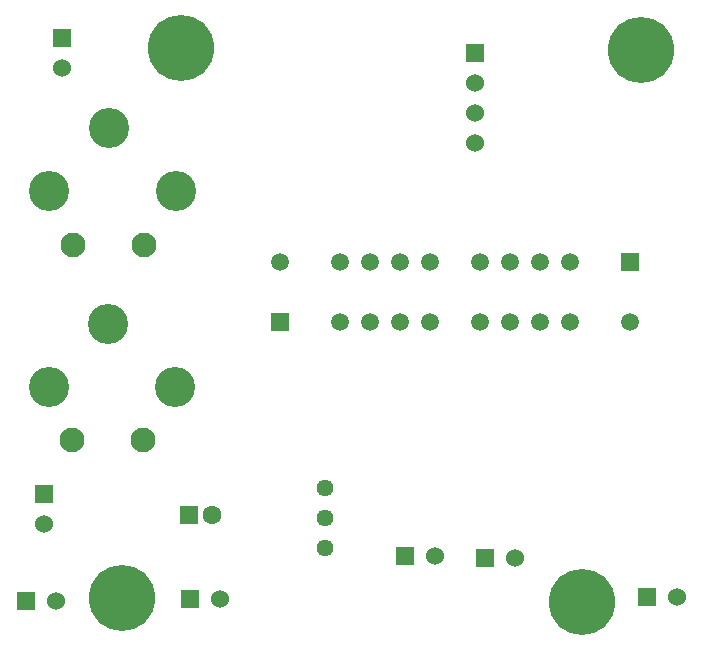
<source format=gbr>
%TF.GenerationSoftware,KiCad,Pcbnew,8.0.2*%
%TF.CreationDate,2024-09-03T17:09:07+02:00*%
%TF.ProjectId,AMS_IMD_Reset,414d535f-494d-4445-9f52-657365742e6b,rev?*%
%TF.SameCoordinates,Original*%
%TF.FileFunction,Soldermask,Bot*%
%TF.FilePolarity,Negative*%
%FSLAX46Y46*%
G04 Gerber Fmt 4.6, Leading zero omitted, Abs format (unit mm)*
G04 Created by KiCad (PCBNEW 8.0.2) date 2024-09-03 17:09:07*
%MOMM*%
%LPD*%
G01*
G04 APERTURE LIST*
%ADD10R,1.530000X1.530000*%
%ADD11C,1.530000*%
%ADD12R,1.500000X1.500000*%
%ADD13C,1.500000*%
%ADD14C,2.100000*%
%ADD15C,3.400000*%
%ADD16C,5.600000*%
%ADD17R,1.600000X1.600000*%
%ADD18C,1.600000*%
%ADD19C,1.440000*%
G04 APERTURE END LIST*
D10*
%TO.C,J8*%
X199495000Y-116925000D03*
D11*
X202035000Y-116925000D03*
%TD*%
D10*
%TO.C,J4*%
X179019200Y-113461200D03*
D11*
X181559200Y-113461200D03*
%TD*%
D12*
%TO.C,K2*%
X168402000Y-93675200D03*
D13*
X173482000Y-93675200D03*
X176022000Y-93675200D03*
X178562000Y-93675200D03*
X181102000Y-93675200D03*
X181102000Y-88595200D03*
X178562000Y-88595200D03*
X176022000Y-88595200D03*
X173482000Y-88595200D03*
X168402000Y-88595200D03*
%TD*%
D10*
%TO.C,J5*%
X185800000Y-113600000D03*
D11*
X188340000Y-113600000D03*
%TD*%
D14*
%TO.C,K3*%
X156850500Y-103686400D03*
D15*
X159550500Y-99186400D03*
X153850500Y-93786400D03*
X148850500Y-99186400D03*
D14*
X150850500Y-103686400D03*
%TD*%
D10*
%TO.C,J7*%
X184962800Y-70866000D03*
D11*
X184962800Y-73406000D03*
X184962800Y-75946000D03*
X184962800Y-78486000D03*
%TD*%
D14*
%TO.C,K1*%
X156900000Y-87100000D03*
D15*
X159600000Y-82600000D03*
X153900000Y-77200000D03*
X148900000Y-82600000D03*
D14*
X150900000Y-87100000D03*
%TD*%
D12*
%TO.C,K4*%
X198018400Y-88595200D03*
D13*
X192938400Y-88595200D03*
X190398400Y-88595200D03*
X187858400Y-88595200D03*
X185318400Y-88595200D03*
X185318400Y-93675200D03*
X187858400Y-93675200D03*
X190398400Y-93675200D03*
X192938400Y-93675200D03*
X198018400Y-93675200D03*
%TD*%
D16*
%TO.C,*%
X199000000Y-70600000D03*
%TD*%
D10*
%TO.C,J6*%
X146895000Y-117275000D03*
D11*
X149435000Y-117275000D03*
%TD*%
D16*
%TO.C,*%
X160000000Y-70500000D03*
%TD*%
%TO.C,*%
X194000000Y-117400000D03*
%TD*%
D17*
%TO.C,C1*%
X160680400Y-110007400D03*
D18*
X162680400Y-110007400D03*
%TD*%
D10*
%TO.C,J2*%
X150000000Y-69600000D03*
D11*
X150000000Y-72140000D03*
%TD*%
D10*
%TO.C,J1*%
X160800000Y-117125000D03*
D11*
X163340000Y-117125000D03*
%TD*%
D16*
%TO.C,*%
X155000000Y-117000000D03*
%TD*%
D10*
%TO.C,J3*%
X148400000Y-108200000D03*
D11*
X148400000Y-110740000D03*
%TD*%
D19*
%TO.C,U1*%
X172262800Y-112776000D03*
X172262800Y-110236000D03*
X172262800Y-107696000D03*
%TD*%
M02*

</source>
